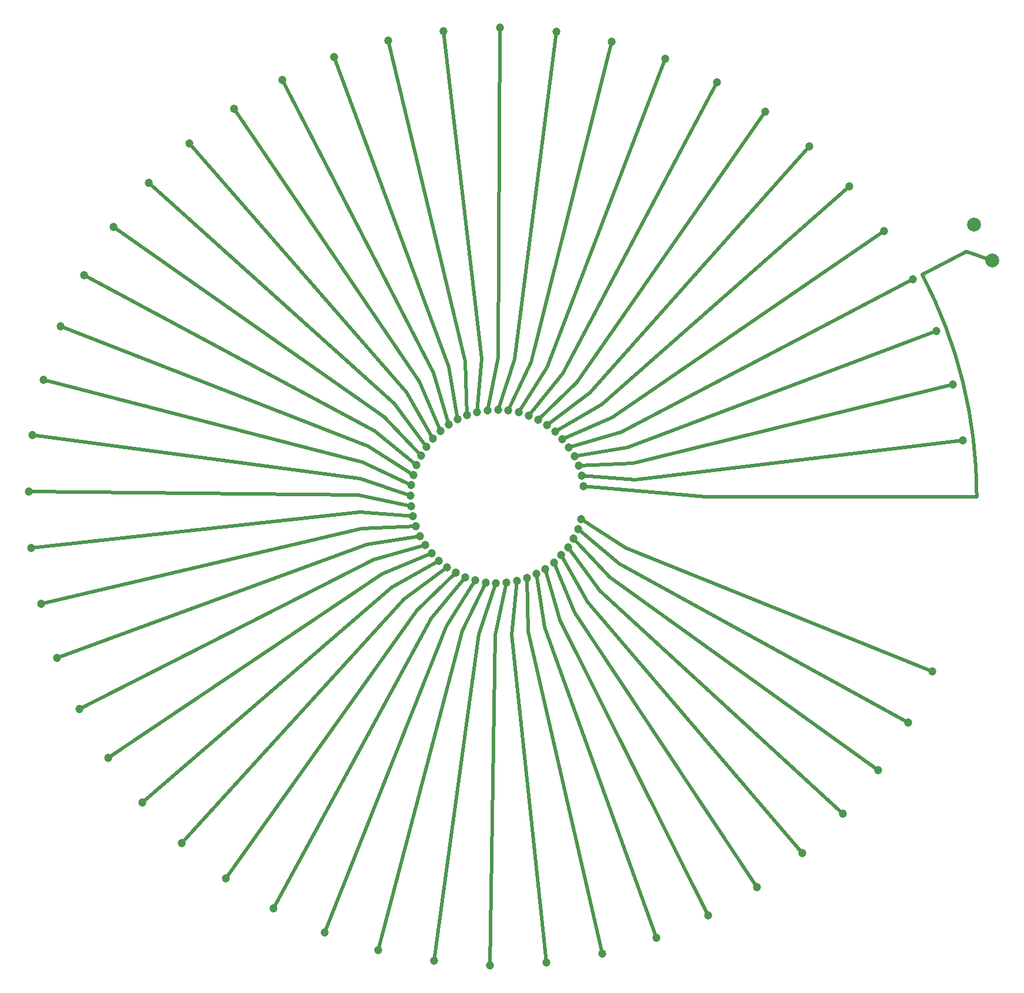
<source format=gbr>
%TF.GenerationSoftware,Altium Limited,Altium Designer,21.9.2 (33)*%
G04 Layer_Physical_Order=2*
G04 Layer_Color=16711680*
%FSLAX45Y45*%
%MOMM*%
%TF.SameCoordinates,B78EE042-0323-46B1-AAD3-62A74F185881*%
%TF.FilePolarity,Positive*%
%TF.FileFunction,Copper,L2,Bot,Signal*%
%TF.Part,Single*%
G01*
G75*
%TA.AperFunction,Conductor*%
%ADD10C,0.50000*%
%TA.AperFunction,ViaPad*%
%ADD11C,2.00000*%
%ADD12C,1.20000*%
D10*
X6899999Y0D02*
G03*
X6114804Y3196742I-6899999J0D01*
G01*
X6748434Y3527996D02*
X7126779Y3398169D01*
X6114804Y3196742D02*
X6748434Y3527996D01*
X3002131Y0D02*
X6899999D01*
X1851569Y-743302D02*
X6262894Y-2517667D01*
X1207407Y-323524D02*
X1851569Y-743302D01*
X1159795Y-466235D02*
X1756906Y-965868D01*
X5915070Y-3251837D01*
X1620820Y-1163507D02*
X5481563Y-3938903D01*
X1095383Y-602192D02*
X1620820Y-1163507D01*
X1015104Y-729426D02*
X1475800Y-1357068D01*
X4968655Y-4568912D01*
X1296499Y-1516541D02*
X4383774Y-5132740D01*
X920121Y-846095D02*
X1296499Y-1516541D01*
X811810Y-950507D02*
X1109494Y-1669923D01*
X3735393Y-5622218D01*
X691739Y-1041151D02*
X897328Y-1782023D01*
X3032903Y-6030256D01*
X561649Y-1116714D02*
X679135Y-1886371D01*
X2286481Y-6350945D01*
X446354Y-1944627D02*
X1506938Y-6579638D01*
X423422Y-1176101D02*
X446354Y-1944627D01*
X209569Y-1993916D02*
X279062Y-1218451D01*
X209569Y-1993916D02*
X705567Y-6713022D01*
X-106024Y-6749167D02*
X-30389Y-1994965D01*
X130661Y-1243152D01*
X-916080Y-6687547D02*
X-272096Y-1986350D01*
X-19634Y-1249845D01*
X-505377Y-1930129D02*
X-169644Y-1238434D01*
X-1712866Y-6529057D02*
X-505377Y-1930129D01*
X-738053Y-1864108D02*
X-317197Y-1209084D01*
X-2484841Y-6275991D02*
X-738053Y-1864108D01*
X-3220821Y-5932015D02*
X-951190Y-1753866D01*
X-460156Y-1162220D01*
X-1161400Y-1634249D02*
X-596448Y-1098521D01*
X-3910148Y-5502112D02*
X-1161400Y-1634249D01*
X-1342089Y-1476349D02*
X-724101Y-1018909D01*
X-4542834Y-4992509D02*
X-1342089Y-1476349D01*
X-5109716Y-4410589D02*
X-1517699Y-1310043D01*
X-841265Y-924538D01*
X-5602582Y-3764779D02*
X-1655507Y-1113600D01*
X-946243Y-816775D01*
X-1786378Y-910205D02*
X-1037515Y-697181D01*
X-6014294Y-3064436D02*
X-1786378Y-910205D01*
X-6338886Y-2319703D02*
X-1873350Y-686561D01*
X-1113758Y-567488D01*
X-1951928Y-457821D02*
X-1173867Y-429574D01*
X-6571657Y-1541368D02*
X-1951928Y-457821D01*
X-6709236Y-740706D02*
X-1983042Y-219887D01*
X-1216973Y-285439D01*
X-2004789Y20995D02*
X-1242451Y-137168D01*
X-6749629Y70685D02*
X-2004789Y20995D01*
X-1978250Y259483D02*
X-1249931Y13090D01*
X-6692252Y881052D02*
X-1978250Y259483D01*
X-6537936Y1678657D02*
X-1941912Y498598D01*
X-1239306Y163158D01*
X-1859251Y723871D02*
X-1210729Y310862D01*
X-6288915Y2451946D02*
X-1859251Y723871D01*
X-5948798Y3189718D02*
X-1766925Y947416D01*
X-1164614Y454064D01*
X-1632915Y1146470D02*
X-1101629Y590688D01*
X-5522510Y3881285D02*
X-1632915Y1146470D01*
X-5016227Y4516631D02*
X-1489931Y1341539D01*
X-1022687Y718756D01*
X-4437282Y5086552D02*
X-1312309Y1502881D01*
X-928931Y836413D01*
X-1126921Y1658213D02*
X-821719Y941954D01*
X-3794063Y5582794D02*
X-1126921Y1658213D01*
X-3095884Y5998166D02*
X-919546Y1781588D01*
X-702604Y1033850D01*
X-696361Y1869729D02*
X-573312Y1110771D01*
X-2352861Y6326653D02*
X-696361Y1869729D01*
X-466891Y1944740D02*
X-435715Y1171602D01*
X-1575756Y6563496D02*
X-466891Y1944740D01*
X-775826Y6705266D02*
X-230266Y1981863D01*
X-291807Y1215462D02*
X-230266Y1981863D01*
X10497Y2004871D02*
X35343Y6749907D01*
X-143671Y1241716D02*
X10497Y2004871D01*
X6545Y1249983D02*
X249121Y1979582D01*
X845999Y6696774D01*
X304519Y1212339D02*
X714126Y1863016D01*
X2418983Y6301667D01*
X485137Y1935315D02*
X1644401Y6546636D01*
X156666Y1240143D02*
X485137Y1935315D01*
X938152Y1771860D02*
X3158526Y5965418D01*
X447960Y1166975D02*
X938152Y1771860D01*
X584912Y1104707D02*
X1144223Y1646321D01*
X3852316Y5542757D01*
X713392Y1026436D02*
X1333719Y1496934D01*
X4490304Y5039807D01*
X1503897Y1325863D02*
X5063249Y4463855D01*
X831538Y933297D02*
X1503897Y1325863D01*
X937638Y826639D02*
X1652289Y1135587D01*
X5562851Y3823242D01*
X1030157Y708007D02*
X1776749Y928861D01*
X5981874Y3127248D01*
X1107754Y579120D02*
X1875470Y708681D01*
X6314247Y2385955D01*
X1169304Y441843D02*
X1947026Y478236D01*
X6555156Y1610101D01*
X1213917Y298167D02*
X1985515Y240274D01*
X6701112Y810924D01*
X1240946Y150171D02*
X3002131Y0D01*
D11*
X7126779Y3398169D02*
D03*
X6860218Y3912059D02*
D03*
D12*
X4383774Y-5132740D02*
D03*
X705567Y-6713022D02*
D03*
X3735393Y-5622218D02*
D03*
X-916080Y-6687547D02*
D03*
X-1712866Y-6529057D02*
D03*
X-1216973Y-285439D02*
D03*
X-1242451Y-137168D02*
D03*
X-1249931Y13090D02*
D03*
X-1239306Y163158D02*
D03*
X-1210729Y310862D02*
D03*
X6262894Y-2517667D02*
D03*
X-106024Y-6749167D02*
D03*
X1030157Y708007D02*
D03*
X937638Y826639D02*
D03*
X831538Y933297D02*
D03*
X584912Y1104707D02*
D03*
X713392Y1026436D02*
D03*
X-724101Y-1018909D02*
D03*
X-841265Y-924538D02*
D03*
X-1037515Y-697181D02*
D03*
X-946243Y-816775D02*
D03*
X-1113758Y-567488D02*
D03*
X-821719Y941954D02*
D03*
X-928931Y836413D02*
D03*
X-1022687Y718756D02*
D03*
X-1101629Y590688D02*
D03*
X-1164614Y454064D02*
D03*
X-596448Y-1098521D02*
D03*
X-460156Y-1162220D02*
D03*
X-317197Y-1209084D02*
D03*
X-169644Y-1238434D02*
D03*
X-19634Y-1249845D02*
D03*
X-1173867Y-429574D02*
D03*
X-6571657Y-1541368D02*
D03*
X-6709236Y-740706D02*
D03*
X-6537936Y1678657D02*
D03*
X-6692252Y881052D02*
D03*
X-6749629Y70685D02*
D03*
X2418983Y6301667D02*
D03*
X3158526Y5965418D02*
D03*
X1644401Y6546636D02*
D03*
X845999Y6696774D02*
D03*
X3852316Y5542757D02*
D03*
X4490304Y5039807D02*
D03*
X35343Y6749907D02*
D03*
X3032903Y-6030256D02*
D03*
X2286481Y-6350945D02*
D03*
X1506938Y-6579638D02*
D03*
X-775826Y6705266D02*
D03*
X-3220821Y-5932015D02*
D03*
X-3910148Y-5502112D02*
D03*
X-4542834Y-4992509D02*
D03*
X-2484841Y-6275991D02*
D03*
X-5109716Y-4410589D02*
D03*
X-5602582Y-3764779D02*
D03*
X-6014294Y-3064436D02*
D03*
X-6338886Y-2319703D02*
D03*
X1095383Y-602192D02*
D03*
X1015104Y-729426D02*
D03*
X920121Y-846095D02*
D03*
X811810Y-950507D02*
D03*
X691739Y-1041151D02*
D03*
X561649Y-1116714D02*
D03*
X423422Y-1176101D02*
D03*
X279062Y-1218451D02*
D03*
X130661Y-1243152D02*
D03*
X1159795Y-466235D02*
D03*
X6701112Y810924D02*
D03*
X1207407Y-323524D02*
D03*
X-5948798Y3189718D02*
D03*
X-5522510Y3881285D02*
D03*
X-5016227Y4516631D02*
D03*
X-6288915Y2451946D02*
D03*
X1213917Y298167D02*
D03*
X1240946Y150171D02*
D03*
X1107754Y579120D02*
D03*
X1169304Y441843D02*
D03*
X5915070Y-3251837D02*
D03*
X5481563Y-3938903D02*
D03*
X4968655Y-4568912D02*
D03*
X-1575756Y6563496D02*
D03*
X-573312Y1110771D02*
D03*
X-435715Y1171602D02*
D03*
X-702604Y1033850D02*
D03*
X6545Y1249983D02*
D03*
X156666Y1240143D02*
D03*
X304519Y1212339D02*
D03*
X447960Y1166975D02*
D03*
X6314247Y2385955D02*
D03*
X6555156Y1610101D02*
D03*
X5063249Y4463855D02*
D03*
X5562851Y3823242D02*
D03*
X5981874Y3127248D02*
D03*
X-291807Y1215462D02*
D03*
X-3794063Y5582794D02*
D03*
X-3095884Y5998166D02*
D03*
X-2352861Y6326653D02*
D03*
X-4437282Y5086552D02*
D03*
X-143671Y1241716D02*
D03*
%TF.MD5,b626f389ea46f022f7c17f9b5b276742*%
M02*

</source>
